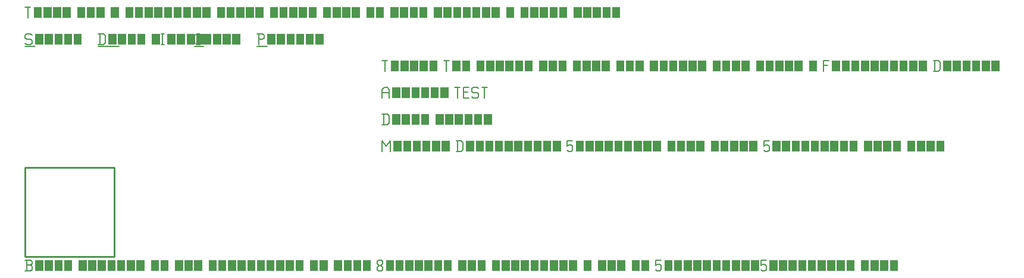
<source format=gbr>
G04 start of page 4 for group -1 layer_idx 268435461 *
G04 Title: Two lines, one over the other, full cover, <virtual group> *
G04 Creator: <version>
G04 CreationDate: <date>
G04 For: TEST *
G04 Format: Gerber/RS-274X *
G04 PCB-Dimensions: 50000 50000 *
G04 PCB-Coordinate-Origin: lower left *
%MOIN*%
%FSLAX25Y25*%
%LNLOGICAL_VIRTUAL_FAB_NONE*%
%ADD15C,0.0100*%
%ADD14C,0.0001*%
%ADD13C,0.0060*%
G54D13*X3000Y125000D02*X3750Y124250D01*
X750Y125000D02*X3000D01*
X0Y124250D02*X750Y125000D01*
X0Y124250D02*Y122750D01*
X750Y122000D01*
X3000D01*
X3750Y121250D01*
Y119750D01*
X3000Y119000D02*X3750Y119750D01*
X750Y119000D02*X3000D01*
X0Y119750D02*X750Y119000D01*
G54D14*G36*
X5550Y125000D02*X10050D01*
Y119000D01*
X5550D01*
Y125000D01*
G37*
G36*
X10950D02*X15450D01*
Y119000D01*
X10950D01*
Y125000D01*
G37*
G36*
X16350D02*X20850D01*
Y119000D01*
X16350D01*
Y125000D01*
G37*
G36*
X21750D02*X26250D01*
Y119000D01*
X21750D01*
Y125000D01*
G37*
G36*
X27150D02*X31650D01*
Y119000D01*
X27150D01*
Y125000D01*
G37*
G54D13*X0Y118000D02*X5550D01*
X41750Y125000D02*Y119000D01*
X43700Y125000D02*X44750Y123950D01*
Y120050D01*
X43700Y119000D02*X44750Y120050D01*
X41000Y119000D02*X43700D01*
X41000Y125000D02*X43700D01*
G54D14*G36*
X46550D02*X51050D01*
Y119000D01*
X46550D01*
Y125000D01*
G37*
G36*
X51950D02*X56450D01*
Y119000D01*
X51950D01*
Y125000D01*
G37*
G36*
X57350D02*X61850D01*
Y119000D01*
X57350D01*
Y125000D01*
G37*
G36*
X62750D02*X67250D01*
Y119000D01*
X62750D01*
Y125000D01*
G37*
G36*
X70850D02*X75350D01*
Y119000D01*
X70850D01*
Y125000D01*
G37*
G54D13*X76250D02*X77750D01*
X77000D02*Y119000D01*
X76250D02*X77750D01*
G54D14*G36*
X79550Y125000D02*X84050D01*
Y119000D01*
X79550D01*
Y125000D01*
G37*
G36*
X84950D02*X89450D01*
Y119000D01*
X84950D01*
Y125000D01*
G37*
G36*
X90350D02*X94850D01*
Y119000D01*
X90350D01*
Y125000D01*
G37*
G36*
X95750D02*X100250D01*
Y119000D01*
X95750D01*
Y125000D01*
G37*
G54D13*X41000Y118000D02*X52550D01*
X96050Y119000D02*X98000D01*
X95000Y120050D02*X96050Y119000D01*
X95000Y123950D02*Y120050D01*
Y123950D02*X96050Y125000D01*
X98000D01*
G54D14*G36*
X99800D02*X104300D01*
Y119000D01*
X99800D01*
Y125000D01*
G37*
G36*
X105200D02*X109700D01*
Y119000D01*
X105200D01*
Y125000D01*
G37*
G36*
X110600D02*X115100D01*
Y119000D01*
X110600D01*
Y125000D01*
G37*
G36*
X116000D02*X120500D01*
Y119000D01*
X116000D01*
Y125000D01*
G37*
G54D13*X95000Y118000D02*X99800D01*
X130750Y125000D02*Y119000D01*
X130000Y125000D02*X133000D01*
X133750Y124250D01*
Y122750D01*
X133000Y122000D02*X133750Y122750D01*
X130750Y122000D02*X133000D01*
G54D14*G36*
X135550Y125000D02*X140050D01*
Y119000D01*
X135550D01*
Y125000D01*
G37*
G36*
X140950D02*X145450D01*
Y119000D01*
X140950D01*
Y125000D01*
G37*
G36*
X146350D02*X150850D01*
Y119000D01*
X146350D01*
Y125000D01*
G37*
G36*
X151750D02*X156250D01*
Y119000D01*
X151750D01*
Y125000D01*
G37*
G36*
X157150D02*X161650D01*
Y119000D01*
X157150D01*
Y125000D01*
G37*
G36*
X162550D02*X167050D01*
Y119000D01*
X162550D01*
Y125000D01*
G37*
G54D13*X130000Y118000D02*X135550D01*
X0Y140000D02*X3000D01*
X1500D02*Y134000D01*
G54D14*G36*
X4800Y140000D02*X9300D01*
Y134000D01*
X4800D01*
Y140000D01*
G37*
G36*
X10200D02*X14700D01*
Y134000D01*
X10200D01*
Y140000D01*
G37*
G36*
X15600D02*X20100D01*
Y134000D01*
X15600D01*
Y140000D01*
G37*
G36*
X21000D02*X25500D01*
Y134000D01*
X21000D01*
Y140000D01*
G37*
G36*
X29100D02*X33600D01*
Y134000D01*
X29100D01*
Y140000D01*
G37*
G36*
X34500D02*X39000D01*
Y134000D01*
X34500D01*
Y140000D01*
G37*
G36*
X39900D02*X44400D01*
Y134000D01*
X39900D01*
Y140000D01*
G37*
G36*
X48000D02*X52500D01*
Y134000D01*
X48000D01*
Y140000D01*
G37*
G36*
X56100D02*X60600D01*
Y134000D01*
X56100D01*
Y140000D01*
G37*
G36*
X61500D02*X66000D01*
Y134000D01*
X61500D01*
Y140000D01*
G37*
G36*
X66900D02*X71400D01*
Y134000D01*
X66900D01*
Y140000D01*
G37*
G36*
X72300D02*X76800D01*
Y134000D01*
X72300D01*
Y140000D01*
G37*
G36*
X77700D02*X82200D01*
Y134000D01*
X77700D01*
Y140000D01*
G37*
G36*
X83100D02*X87600D01*
Y134000D01*
X83100D01*
Y140000D01*
G37*
G36*
X88500D02*X93000D01*
Y134000D01*
X88500D01*
Y140000D01*
G37*
G36*
X93900D02*X98400D01*
Y134000D01*
X93900D01*
Y140000D01*
G37*
G36*
X99300D02*X103800D01*
Y134000D01*
X99300D01*
Y140000D01*
G37*
G36*
X107400D02*X111900D01*
Y134000D01*
X107400D01*
Y140000D01*
G37*
G36*
X112800D02*X117300D01*
Y134000D01*
X112800D01*
Y140000D01*
G37*
G36*
X118200D02*X122700D01*
Y134000D01*
X118200D01*
Y140000D01*
G37*
G36*
X123600D02*X128100D01*
Y134000D01*
X123600D01*
Y140000D01*
G37*
G36*
X129000D02*X133500D01*
Y134000D01*
X129000D01*
Y140000D01*
G37*
G36*
X137100D02*X141600D01*
Y134000D01*
X137100D01*
Y140000D01*
G37*
G36*
X142500D02*X147000D01*
Y134000D01*
X142500D01*
Y140000D01*
G37*
G36*
X147900D02*X152400D01*
Y134000D01*
X147900D01*
Y140000D01*
G37*
G36*
X153300D02*X157800D01*
Y134000D01*
X153300D01*
Y140000D01*
G37*
G36*
X158700D02*X163200D01*
Y134000D01*
X158700D01*
Y140000D01*
G37*
G36*
X166800D02*X171300D01*
Y134000D01*
X166800D01*
Y140000D01*
G37*
G36*
X172200D02*X176700D01*
Y134000D01*
X172200D01*
Y140000D01*
G37*
G36*
X177600D02*X182100D01*
Y134000D01*
X177600D01*
Y140000D01*
G37*
G36*
X183000D02*X187500D01*
Y134000D01*
X183000D01*
Y140000D01*
G37*
G36*
X191100D02*X195600D01*
Y134000D01*
X191100D01*
Y140000D01*
G37*
G36*
X196500D02*X201000D01*
Y134000D01*
X196500D01*
Y140000D01*
G37*
G36*
X204600D02*X209100D01*
Y134000D01*
X204600D01*
Y140000D01*
G37*
G36*
X210000D02*X214500D01*
Y134000D01*
X210000D01*
Y140000D01*
G37*
G36*
X215400D02*X219900D01*
Y134000D01*
X215400D01*
Y140000D01*
G37*
G36*
X220800D02*X225300D01*
Y134000D01*
X220800D01*
Y140000D01*
G37*
G36*
X228900D02*X233400D01*
Y134000D01*
X228900D01*
Y140000D01*
G37*
G36*
X234300D02*X238800D01*
Y134000D01*
X234300D01*
Y140000D01*
G37*
G36*
X239700D02*X244200D01*
Y134000D01*
X239700D01*
Y140000D01*
G37*
G36*
X245100D02*X249600D01*
Y134000D01*
X245100D01*
Y140000D01*
G37*
G36*
X250500D02*X255000D01*
Y134000D01*
X250500D01*
Y140000D01*
G37*
G36*
X255900D02*X260400D01*
Y134000D01*
X255900D01*
Y140000D01*
G37*
G36*
X261300D02*X265800D01*
Y134000D01*
X261300D01*
Y140000D01*
G37*
G36*
X269400D02*X273900D01*
Y134000D01*
X269400D01*
Y140000D01*
G37*
G36*
X277500D02*X282000D01*
Y134000D01*
X277500D01*
Y140000D01*
G37*
G36*
X282900D02*X287400D01*
Y134000D01*
X282900D01*
Y140000D01*
G37*
G36*
X288300D02*X292800D01*
Y134000D01*
X288300D01*
Y140000D01*
G37*
G36*
X293700D02*X298200D01*
Y134000D01*
X293700D01*
Y140000D01*
G37*
G36*
X299100D02*X303600D01*
Y134000D01*
X299100D01*
Y140000D01*
G37*
G36*
X307200D02*X311700D01*
Y134000D01*
X307200D01*
Y140000D01*
G37*
G36*
X312600D02*X317100D01*
Y134000D01*
X312600D01*
Y140000D01*
G37*
G36*
X318000D02*X322500D01*
Y134000D01*
X318000D01*
Y140000D01*
G37*
G36*
X323400D02*X327900D01*
Y134000D01*
X323400D01*
Y140000D01*
G37*
G36*
X328800D02*X333300D01*
Y134000D01*
X328800D01*
Y140000D01*
G37*
G54D15*X0Y50000D02*X50000D01*
X0D02*Y0D01*
X50000Y50000D02*Y0D01*
X0D02*X50000D01*
G54D13*X200000Y65000D02*Y59000D01*
Y65000D02*X202250Y62000D01*
X204500Y65000D01*
Y59000D01*
G54D14*G36*
X206300Y65000D02*X210800D01*
Y59000D01*
X206300D01*
Y65000D01*
G37*
G36*
X211700D02*X216200D01*
Y59000D01*
X211700D01*
Y65000D01*
G37*
G36*
X217100D02*X221600D01*
Y59000D01*
X217100D01*
Y65000D01*
G37*
G36*
X222500D02*X227000D01*
Y59000D01*
X222500D01*
Y65000D01*
G37*
G36*
X227900D02*X232400D01*
Y59000D01*
X227900D01*
Y65000D01*
G37*
G36*
X233300D02*X237800D01*
Y59000D01*
X233300D01*
Y65000D01*
G37*
G54D13*X242150D02*Y59000D01*
X244100Y65000D02*X245150Y63950D01*
Y60050D01*
X244100Y59000D02*X245150Y60050D01*
X241400Y59000D02*X244100D01*
X241400Y65000D02*X244100D01*
G54D14*G36*
X246950D02*X251450D01*
Y59000D01*
X246950D01*
Y65000D01*
G37*
G36*
X252350D02*X256850D01*
Y59000D01*
X252350D01*
Y65000D01*
G37*
G36*
X257750D02*X262250D01*
Y59000D01*
X257750D01*
Y65000D01*
G37*
G36*
X263150D02*X267650D01*
Y59000D01*
X263150D01*
Y65000D01*
G37*
G36*
X268550D02*X273050D01*
Y59000D01*
X268550D01*
Y65000D01*
G37*
G36*
X273950D02*X278450D01*
Y59000D01*
X273950D01*
Y65000D01*
G37*
G36*
X279350D02*X283850D01*
Y59000D01*
X279350D01*
Y65000D01*
G37*
G36*
X284750D02*X289250D01*
Y59000D01*
X284750D01*
Y65000D01*
G37*
G36*
X290150D02*X294650D01*
Y59000D01*
X290150D01*
Y65000D01*
G37*
G36*
X295550D02*X300050D01*
Y59000D01*
X295550D01*
Y65000D01*
G37*
G54D13*X303650D02*X306650D01*
X303650D02*Y62000D01*
X304400Y62750D01*
X305900D01*
X306650Y62000D01*
Y59750D01*
X305900Y59000D02*X306650Y59750D01*
X304400Y59000D02*X305900D01*
X303650Y59750D02*X304400Y59000D01*
G54D14*G36*
X308450Y65000D02*X312950D01*
Y59000D01*
X308450D01*
Y65000D01*
G37*
G36*
X313850D02*X318350D01*
Y59000D01*
X313850D01*
Y65000D01*
G37*
G36*
X319250D02*X323750D01*
Y59000D01*
X319250D01*
Y65000D01*
G37*
G36*
X324650D02*X329150D01*
Y59000D01*
X324650D01*
Y65000D01*
G37*
G36*
X330050D02*X334550D01*
Y59000D01*
X330050D01*
Y65000D01*
G37*
G36*
X335450D02*X339950D01*
Y59000D01*
X335450D01*
Y65000D01*
G37*
G36*
X340850D02*X345350D01*
Y59000D01*
X340850D01*
Y65000D01*
G37*
G36*
X346250D02*X350750D01*
Y59000D01*
X346250D01*
Y65000D01*
G37*
G36*
X351650D02*X356150D01*
Y59000D01*
X351650D01*
Y65000D01*
G37*
G36*
X359750D02*X364250D01*
Y59000D01*
X359750D01*
Y65000D01*
G37*
G36*
X365150D02*X369650D01*
Y59000D01*
X365150D01*
Y65000D01*
G37*
G36*
X370550D02*X375050D01*
Y59000D01*
X370550D01*
Y65000D01*
G37*
G36*
X375950D02*X380450D01*
Y59000D01*
X375950D01*
Y65000D01*
G37*
G36*
X384050D02*X388550D01*
Y59000D01*
X384050D01*
Y65000D01*
G37*
G36*
X389450D02*X393950D01*
Y59000D01*
X389450D01*
Y65000D01*
G37*
G36*
X394850D02*X399350D01*
Y59000D01*
X394850D01*
Y65000D01*
G37*
G36*
X400250D02*X404750D01*
Y59000D01*
X400250D01*
Y65000D01*
G37*
G36*
X405650D02*X410150D01*
Y59000D01*
X405650D01*
Y65000D01*
G37*
G54D13*X413750D02*X416750D01*
X413750D02*Y62000D01*
X414500Y62750D01*
X416000D01*
X416750Y62000D01*
Y59750D01*
X416000Y59000D02*X416750Y59750D01*
X414500Y59000D02*X416000D01*
X413750Y59750D02*X414500Y59000D01*
G54D14*G36*
X418550Y65000D02*X423050D01*
Y59000D01*
X418550D01*
Y65000D01*
G37*
G36*
X423950D02*X428450D01*
Y59000D01*
X423950D01*
Y65000D01*
G37*
G36*
X429350D02*X433850D01*
Y59000D01*
X429350D01*
Y65000D01*
G37*
G36*
X434750D02*X439250D01*
Y59000D01*
X434750D01*
Y65000D01*
G37*
G36*
X440150D02*X444650D01*
Y59000D01*
X440150D01*
Y65000D01*
G37*
G36*
X445550D02*X450050D01*
Y59000D01*
X445550D01*
Y65000D01*
G37*
G36*
X450950D02*X455450D01*
Y59000D01*
X450950D01*
Y65000D01*
G37*
G36*
X456350D02*X460850D01*
Y59000D01*
X456350D01*
Y65000D01*
G37*
G36*
X461750D02*X466250D01*
Y59000D01*
X461750D01*
Y65000D01*
G37*
G36*
X469850D02*X474350D01*
Y59000D01*
X469850D01*
Y65000D01*
G37*
G36*
X475250D02*X479750D01*
Y59000D01*
X475250D01*
Y65000D01*
G37*
G36*
X480650D02*X485150D01*
Y59000D01*
X480650D01*
Y65000D01*
G37*
G36*
X486050D02*X490550D01*
Y59000D01*
X486050D01*
Y65000D01*
G37*
G36*
X494150D02*X498650D01*
Y59000D01*
X494150D01*
Y65000D01*
G37*
G36*
X499550D02*X504050D01*
Y59000D01*
X499550D01*
Y65000D01*
G37*
G36*
X504950D02*X509450D01*
Y59000D01*
X504950D01*
Y65000D01*
G37*
G36*
X510350D02*X514850D01*
Y59000D01*
X510350D01*
Y65000D01*
G37*
G54D13*X0Y-8000D02*X3000D01*
X3750Y-7250D01*
Y-5450D02*Y-7250D01*
X3000Y-4700D02*X3750Y-5450D01*
X750Y-4700D02*X3000D01*
X750Y-2000D02*Y-8000D01*
X0Y-2000D02*X3000D01*
X3750Y-2750D01*
Y-3950D01*
X3000Y-4700D02*X3750Y-3950D01*
G54D14*G36*
X5550Y-2000D02*X10050D01*
Y-8000D01*
X5550D01*
Y-2000D01*
G37*
G36*
X10950D02*X15450D01*
Y-8000D01*
X10950D01*
Y-2000D01*
G37*
G36*
X16350D02*X20850D01*
Y-8000D01*
X16350D01*
Y-2000D01*
G37*
G36*
X21750D02*X26250D01*
Y-8000D01*
X21750D01*
Y-2000D01*
G37*
G36*
X29850D02*X34350D01*
Y-8000D01*
X29850D01*
Y-2000D01*
G37*
G36*
X35250D02*X39750D01*
Y-8000D01*
X35250D01*
Y-2000D01*
G37*
G36*
X40650D02*X45150D01*
Y-8000D01*
X40650D01*
Y-2000D01*
G37*
G36*
X46050D02*X50550D01*
Y-8000D01*
X46050D01*
Y-2000D01*
G37*
G36*
X51450D02*X55950D01*
Y-8000D01*
X51450D01*
Y-2000D01*
G37*
G36*
X56850D02*X61350D01*
Y-8000D01*
X56850D01*
Y-2000D01*
G37*
G36*
X62250D02*X66750D01*
Y-8000D01*
X62250D01*
Y-2000D01*
G37*
G36*
X70350D02*X74850D01*
Y-8000D01*
X70350D01*
Y-2000D01*
G37*
G36*
X75750D02*X80250D01*
Y-8000D01*
X75750D01*
Y-2000D01*
G37*
G36*
X83850D02*X88350D01*
Y-8000D01*
X83850D01*
Y-2000D01*
G37*
G36*
X89250D02*X93750D01*
Y-8000D01*
X89250D01*
Y-2000D01*
G37*
G36*
X94650D02*X99150D01*
Y-8000D01*
X94650D01*
Y-2000D01*
G37*
G36*
X102750D02*X107250D01*
Y-8000D01*
X102750D01*
Y-2000D01*
G37*
G36*
X108150D02*X112650D01*
Y-8000D01*
X108150D01*
Y-2000D01*
G37*
G36*
X113550D02*X118050D01*
Y-8000D01*
X113550D01*
Y-2000D01*
G37*
G36*
X118950D02*X123450D01*
Y-8000D01*
X118950D01*
Y-2000D01*
G37*
G36*
X124350D02*X128850D01*
Y-8000D01*
X124350D01*
Y-2000D01*
G37*
G36*
X129750D02*X134250D01*
Y-8000D01*
X129750D01*
Y-2000D01*
G37*
G36*
X135150D02*X139650D01*
Y-8000D01*
X135150D01*
Y-2000D01*
G37*
G36*
X140550D02*X145050D01*
Y-8000D01*
X140550D01*
Y-2000D01*
G37*
G36*
X145950D02*X150450D01*
Y-8000D01*
X145950D01*
Y-2000D01*
G37*
G36*
X151350D02*X155850D01*
Y-8000D01*
X151350D01*
Y-2000D01*
G37*
G36*
X159450D02*X163950D01*
Y-8000D01*
X159450D01*
Y-2000D01*
G37*
G36*
X164850D02*X169350D01*
Y-8000D01*
X164850D01*
Y-2000D01*
G37*
G36*
X172950D02*X177450D01*
Y-8000D01*
X172950D01*
Y-2000D01*
G37*
G36*
X178350D02*X182850D01*
Y-8000D01*
X178350D01*
Y-2000D01*
G37*
G36*
X183750D02*X188250D01*
Y-8000D01*
X183750D01*
Y-2000D01*
G37*
G36*
X189150D02*X193650D01*
Y-8000D01*
X189150D01*
Y-2000D01*
G37*
G54D13*X197250Y-7250D02*X198000Y-8000D01*
X197250Y-6050D02*Y-7250D01*
Y-6050D02*X198300Y-5000D01*
X199200D01*
X200250Y-6050D01*
Y-7250D01*
X199500Y-8000D02*X200250Y-7250D01*
X198000Y-8000D02*X199500D01*
X197250Y-3950D02*X198300Y-5000D01*
X197250Y-2750D02*Y-3950D01*
Y-2750D02*X198000Y-2000D01*
X199500D01*
X200250Y-2750D01*
Y-3950D01*
X199200Y-5000D02*X200250Y-3950D01*
G54D14*G36*
X202050Y-2000D02*X206550D01*
Y-8000D01*
X202050D01*
Y-2000D01*
G37*
G36*
X207450D02*X211950D01*
Y-8000D01*
X207450D01*
Y-2000D01*
G37*
G36*
X212850D02*X217350D01*
Y-8000D01*
X212850D01*
Y-2000D01*
G37*
G36*
X218250D02*X222750D01*
Y-8000D01*
X218250D01*
Y-2000D01*
G37*
G36*
X223650D02*X228150D01*
Y-8000D01*
X223650D01*
Y-2000D01*
G37*
G36*
X229050D02*X233550D01*
Y-8000D01*
X229050D01*
Y-2000D01*
G37*
G36*
X234450D02*X238950D01*
Y-8000D01*
X234450D01*
Y-2000D01*
G37*
G36*
X242550D02*X247050D01*
Y-8000D01*
X242550D01*
Y-2000D01*
G37*
G36*
X247950D02*X252450D01*
Y-8000D01*
X247950D01*
Y-2000D01*
G37*
G36*
X253350D02*X257850D01*
Y-8000D01*
X253350D01*
Y-2000D01*
G37*
G36*
X261450D02*X265950D01*
Y-8000D01*
X261450D01*
Y-2000D01*
G37*
G36*
X266850D02*X271350D01*
Y-8000D01*
X266850D01*
Y-2000D01*
G37*
G36*
X272250D02*X276750D01*
Y-8000D01*
X272250D01*
Y-2000D01*
G37*
G36*
X277650D02*X282150D01*
Y-8000D01*
X277650D01*
Y-2000D01*
G37*
G36*
X283050D02*X287550D01*
Y-8000D01*
X283050D01*
Y-2000D01*
G37*
G36*
X288450D02*X292950D01*
Y-8000D01*
X288450D01*
Y-2000D01*
G37*
G36*
X293850D02*X298350D01*
Y-8000D01*
X293850D01*
Y-2000D01*
G37*
G36*
X299250D02*X303750D01*
Y-8000D01*
X299250D01*
Y-2000D01*
G37*
G36*
X304650D02*X309150D01*
Y-8000D01*
X304650D01*
Y-2000D01*
G37*
G36*
X312750D02*X317250D01*
Y-8000D01*
X312750D01*
Y-2000D01*
G37*
G36*
X320850D02*X325350D01*
Y-8000D01*
X320850D01*
Y-2000D01*
G37*
G36*
X326250D02*X330750D01*
Y-8000D01*
X326250D01*
Y-2000D01*
G37*
G36*
X331650D02*X336150D01*
Y-8000D01*
X331650D01*
Y-2000D01*
G37*
G36*
X339750D02*X344250D01*
Y-8000D01*
X339750D01*
Y-2000D01*
G37*
G36*
X345150D02*X349650D01*
Y-8000D01*
X345150D01*
Y-2000D01*
G37*
G54D13*X353250D02*X356250D01*
X353250D02*Y-5000D01*
X354000Y-4250D01*
X355500D01*
X356250Y-5000D01*
Y-7250D01*
X355500Y-8000D02*X356250Y-7250D01*
X354000Y-8000D02*X355500D01*
X353250Y-7250D02*X354000Y-8000D01*
G54D14*G36*
X358050Y-2000D02*X362550D01*
Y-8000D01*
X358050D01*
Y-2000D01*
G37*
G36*
X363450D02*X367950D01*
Y-8000D01*
X363450D01*
Y-2000D01*
G37*
G36*
X368850D02*X373350D01*
Y-8000D01*
X368850D01*
Y-2000D01*
G37*
G36*
X374250D02*X378750D01*
Y-8000D01*
X374250D01*
Y-2000D01*
G37*
G36*
X379650D02*X384150D01*
Y-8000D01*
X379650D01*
Y-2000D01*
G37*
G36*
X385050D02*X389550D01*
Y-8000D01*
X385050D01*
Y-2000D01*
G37*
G36*
X390450D02*X394950D01*
Y-8000D01*
X390450D01*
Y-2000D01*
G37*
G36*
X395850D02*X400350D01*
Y-8000D01*
X395850D01*
Y-2000D01*
G37*
G36*
X401250D02*X405750D01*
Y-8000D01*
X401250D01*
Y-2000D01*
G37*
G36*
X406650D02*X411150D01*
Y-8000D01*
X406650D01*
Y-2000D01*
G37*
G54D13*X412050D02*X415050D01*
X412050D02*Y-5000D01*
X412800Y-4250D01*
X414300D01*
X415050Y-5000D01*
Y-7250D01*
X414300Y-8000D02*X415050Y-7250D01*
X412800Y-8000D02*X414300D01*
X412050Y-7250D02*X412800Y-8000D01*
G54D14*G36*
X416850Y-2000D02*X421350D01*
Y-8000D01*
X416850D01*
Y-2000D01*
G37*
G36*
X422250D02*X426750D01*
Y-8000D01*
X422250D01*
Y-2000D01*
G37*
G36*
X427650D02*X432150D01*
Y-8000D01*
X427650D01*
Y-2000D01*
G37*
G36*
X433050D02*X437550D01*
Y-8000D01*
X433050D01*
Y-2000D01*
G37*
G36*
X438450D02*X442950D01*
Y-8000D01*
X438450D01*
Y-2000D01*
G37*
G36*
X443850D02*X448350D01*
Y-8000D01*
X443850D01*
Y-2000D01*
G37*
G36*
X449250D02*X453750D01*
Y-8000D01*
X449250D01*
Y-2000D01*
G37*
G36*
X454650D02*X459150D01*
Y-8000D01*
X454650D01*
Y-2000D01*
G37*
G36*
X460050D02*X464550D01*
Y-8000D01*
X460050D01*
Y-2000D01*
G37*
G36*
X468150D02*X472650D01*
Y-8000D01*
X468150D01*
Y-2000D01*
G37*
G36*
X473550D02*X478050D01*
Y-8000D01*
X473550D01*
Y-2000D01*
G37*
G36*
X478950D02*X483450D01*
Y-8000D01*
X478950D01*
Y-2000D01*
G37*
G36*
X484350D02*X488850D01*
Y-8000D01*
X484350D01*
Y-2000D01*
G37*
G54D13*X200750Y80000D02*Y74000D01*
X202700Y80000D02*X203750Y78950D01*
Y75050D01*
X202700Y74000D02*X203750Y75050D01*
X200000Y74000D02*X202700D01*
X200000Y80000D02*X202700D01*
G54D14*G36*
X205550D02*X210050D01*
Y74000D01*
X205550D01*
Y80000D01*
G37*
G36*
X210950D02*X215450D01*
Y74000D01*
X210950D01*
Y80000D01*
G37*
G36*
X216350D02*X220850D01*
Y74000D01*
X216350D01*
Y80000D01*
G37*
G36*
X221750D02*X226250D01*
Y74000D01*
X221750D01*
Y80000D01*
G37*
G36*
X229850D02*X234350D01*
Y74000D01*
X229850D01*
Y80000D01*
G37*
G36*
X235250D02*X239750D01*
Y74000D01*
X235250D01*
Y80000D01*
G37*
G36*
X240650D02*X245150D01*
Y74000D01*
X240650D01*
Y80000D01*
G37*
G36*
X246050D02*X250550D01*
Y74000D01*
X246050D01*
Y80000D01*
G37*
G36*
X251450D02*X255950D01*
Y74000D01*
X251450D01*
Y80000D01*
G37*
G36*
X256850D02*X261350D01*
Y74000D01*
X256850D01*
Y80000D01*
G37*
G54D13*X200000Y93500D02*Y89000D01*
Y93500D02*X201050Y95000D01*
X202700D01*
X203750Y93500D01*
Y89000D01*
X200000Y92000D02*X203750D01*
G54D14*G36*
X205550Y95000D02*X210050D01*
Y89000D01*
X205550D01*
Y95000D01*
G37*
G36*
X210950D02*X215450D01*
Y89000D01*
X210950D01*
Y95000D01*
G37*
G36*
X216350D02*X220850D01*
Y89000D01*
X216350D01*
Y95000D01*
G37*
G36*
X221750D02*X226250D01*
Y89000D01*
X221750D01*
Y95000D01*
G37*
G36*
X227150D02*X231650D01*
Y89000D01*
X227150D01*
Y95000D01*
G37*
G36*
X232550D02*X237050D01*
Y89000D01*
X232550D01*
Y95000D01*
G37*
G54D13*X240650D02*X243650D01*
X242150D02*Y89000D01*
X245450Y92300D02*X247700D01*
X245450Y89000D02*X248450D01*
X245450Y95000D02*Y89000D01*
Y95000D02*X248450D01*
X253250D02*X254000Y94250D01*
X251000Y95000D02*X253250D01*
X250250Y94250D02*X251000Y95000D01*
X250250Y94250D02*Y92750D01*
X251000Y92000D01*
X253250D01*
X254000Y91250D01*
Y89750D01*
X253250Y89000D02*X254000Y89750D01*
X251000Y89000D02*X253250D01*
X250250Y89750D02*X251000Y89000D01*
X255800Y95000D02*X258800D01*
X257300D02*Y89000D01*
X200000Y110000D02*X203000D01*
X201500D02*Y104000D01*
G54D14*G36*
X204800Y110000D02*X209300D01*
Y104000D01*
X204800D01*
Y110000D01*
G37*
G36*
X210200D02*X214700D01*
Y104000D01*
X210200D01*
Y110000D01*
G37*
G36*
X215600D02*X220100D01*
Y104000D01*
X215600D01*
Y110000D01*
G37*
G36*
X221000D02*X225500D01*
Y104000D01*
X221000D01*
Y110000D01*
G37*
G36*
X226400D02*X230900D01*
Y104000D01*
X226400D01*
Y110000D01*
G37*
G54D13*X234500D02*X237500D01*
X236000D02*Y104000D01*
G54D14*G36*
X239300Y110000D02*X243800D01*
Y104000D01*
X239300D01*
Y110000D01*
G37*
G36*
X244700D02*X249200D01*
Y104000D01*
X244700D01*
Y110000D01*
G37*
G36*
X252800D02*X257300D01*
Y104000D01*
X252800D01*
Y110000D01*
G37*
G36*
X258200D02*X262700D01*
Y104000D01*
X258200D01*
Y110000D01*
G37*
G36*
X263600D02*X268100D01*
Y104000D01*
X263600D01*
Y110000D01*
G37*
G36*
X269000D02*X273500D01*
Y104000D01*
X269000D01*
Y110000D01*
G37*
G36*
X274400D02*X278900D01*
Y104000D01*
X274400D01*
Y110000D01*
G37*
G36*
X279800D02*X284300D01*
Y104000D01*
X279800D01*
Y110000D01*
G37*
G36*
X287900D02*X292400D01*
Y104000D01*
X287900D01*
Y110000D01*
G37*
G36*
X293300D02*X297800D01*
Y104000D01*
X293300D01*
Y110000D01*
G37*
G36*
X298700D02*X303200D01*
Y104000D01*
X298700D01*
Y110000D01*
G37*
G36*
X306800D02*X311300D01*
Y104000D01*
X306800D01*
Y110000D01*
G37*
G36*
X312200D02*X316700D01*
Y104000D01*
X312200D01*
Y110000D01*
G37*
G36*
X317600D02*X322100D01*
Y104000D01*
X317600D01*
Y110000D01*
G37*
G36*
X323000D02*X327500D01*
Y104000D01*
X323000D01*
Y110000D01*
G37*
G36*
X331100D02*X335600D01*
Y104000D01*
X331100D01*
Y110000D01*
G37*
G36*
X336500D02*X341000D01*
Y104000D01*
X336500D01*
Y110000D01*
G37*
G36*
X341900D02*X346400D01*
Y104000D01*
X341900D01*
Y110000D01*
G37*
G36*
X350000D02*X354500D01*
Y104000D01*
X350000D01*
Y110000D01*
G37*
G36*
X355400D02*X359900D01*
Y104000D01*
X355400D01*
Y110000D01*
G37*
G36*
X360800D02*X365300D01*
Y104000D01*
X360800D01*
Y110000D01*
G37*
G36*
X366200D02*X370700D01*
Y104000D01*
X366200D01*
Y110000D01*
G37*
G36*
X371600D02*X376100D01*
Y104000D01*
X371600D01*
Y110000D01*
G37*
G36*
X377000D02*X381500D01*
Y104000D01*
X377000D01*
Y110000D01*
G37*
G36*
X385100D02*X389600D01*
Y104000D01*
X385100D01*
Y110000D01*
G37*
G36*
X390500D02*X395000D01*
Y104000D01*
X390500D01*
Y110000D01*
G37*
G36*
X395900D02*X400400D01*
Y104000D01*
X395900D01*
Y110000D01*
G37*
G36*
X401300D02*X405800D01*
Y104000D01*
X401300D01*
Y110000D01*
G37*
G36*
X409400D02*X413900D01*
Y104000D01*
X409400D01*
Y110000D01*
G37*
G36*
X414800D02*X419300D01*
Y104000D01*
X414800D01*
Y110000D01*
G37*
G36*
X420200D02*X424700D01*
Y104000D01*
X420200D01*
Y110000D01*
G37*
G36*
X425600D02*X430100D01*
Y104000D01*
X425600D01*
Y110000D01*
G37*
G36*
X431000D02*X435500D01*
Y104000D01*
X431000D01*
Y110000D01*
G37*
G36*
X439100D02*X443600D01*
Y104000D01*
X439100D01*
Y110000D01*
G37*
G54D13*X447200D02*Y104000D01*
Y110000D02*X450200D01*
X447200Y107300D02*X449450D01*
G54D14*G36*
X452000Y110000D02*X456500D01*
Y104000D01*
X452000D01*
Y110000D01*
G37*
G36*
X457400D02*X461900D01*
Y104000D01*
X457400D01*
Y110000D01*
G37*
G36*
X462800D02*X467300D01*
Y104000D01*
X462800D01*
Y110000D01*
G37*
G36*
X468200D02*X472700D01*
Y104000D01*
X468200D01*
Y110000D01*
G37*
G36*
X473600D02*X478100D01*
Y104000D01*
X473600D01*
Y110000D01*
G37*
G36*
X479000D02*X483500D01*
Y104000D01*
X479000D01*
Y110000D01*
G37*
G36*
X484400D02*X488900D01*
Y104000D01*
X484400D01*
Y110000D01*
G37*
G36*
X489800D02*X494300D01*
Y104000D01*
X489800D01*
Y110000D01*
G37*
G36*
X495200D02*X499700D01*
Y104000D01*
X495200D01*
Y110000D01*
G37*
G36*
X500600D02*X505100D01*
Y104000D01*
X500600D01*
Y110000D01*
G37*
G54D13*X509450D02*Y104000D01*
X511400Y110000D02*X512450Y108950D01*
Y105050D01*
X511400Y104000D02*X512450Y105050D01*
X508700Y104000D02*X511400D01*
X508700Y110000D02*X511400D01*
G54D14*G36*
X514250D02*X518750D01*
Y104000D01*
X514250D01*
Y110000D01*
G37*
G36*
X519650D02*X524150D01*
Y104000D01*
X519650D01*
Y110000D01*
G37*
G36*
X525050D02*X529550D01*
Y104000D01*
X525050D01*
Y110000D01*
G37*
G36*
X530450D02*X534950D01*
Y104000D01*
X530450D01*
Y110000D01*
G37*
G36*
X535850D02*X540350D01*
Y104000D01*
X535850D01*
Y110000D01*
G37*
G36*
X541250D02*X545750D01*
Y104000D01*
X541250D01*
Y110000D01*
G37*
M02*

</source>
